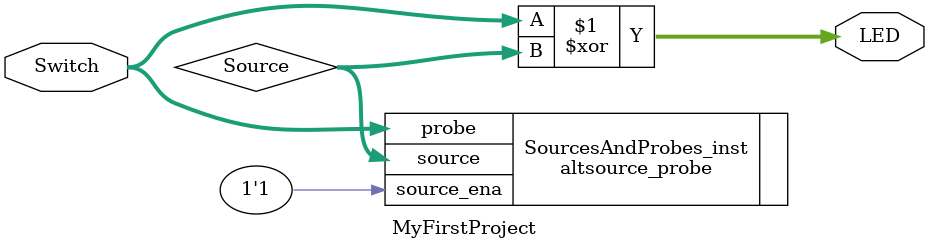
<source format=v>

module MyFirstProject(
 input  [9:0]Switch,
 output [9:0]LED
);
//------------------------------------------------------------------------------

wire [9:0]Source;

altsource_probe #(
 .instance_id            ("Prb1"),
 .sld_auto_instance_index("YES"),
 .probe_width            (10),
 .source_width           (10)
)SourcesAndProbes_inst(
 .source_ena(1'b1),
 .source    (Source),
 .probe     (Switch)
);
//------------------------------------------------------------------------------

assign LED = Switch ^ Source;
//------------------------------------------------------------------------------

endmodule
//------------------------------------------------------------------------------


</source>
